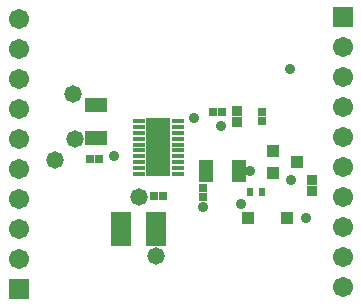
<source format=gts>
G04*
G04 #@! TF.GenerationSoftware,Altium Limited,Altium Designer,18.1.7 (191)*
G04*
G04 Layer_Color=8388736*
%FSLAX25Y25*%
%MOIN*%
G70*
G01*
G75*
%ADD28R,0.07887X0.19698*%
%ADD29R,0.04147X0.01784*%
%ADD30R,0.02965X0.02769*%
%ADD31R,0.02060X0.02847*%
%ADD32R,0.02572X0.02572*%
%ADD33R,0.07493X0.04540*%
%ADD34R,0.02572X0.02572*%
%ADD35R,0.07099X0.11824*%
%ADD36R,0.04147X0.04147*%
%ADD37R,0.04540X0.07493*%
%ADD38R,0.03241X0.03241*%
%ADD39R,0.04343X0.03950*%
%ADD40R,0.06706X0.06706*%
%ADD41C,0.06706*%
%ADD42C,0.05800*%
%ADD43C,0.03556*%
%ADD44C,0.02769*%
D28*
X58071Y59055D02*
D03*
D29*
X64646Y50197D02*
D03*
Y52165D02*
D03*
Y54134D02*
D03*
Y56102D02*
D03*
Y58071D02*
D03*
Y60039D02*
D03*
Y62008D02*
D03*
Y63976D02*
D03*
Y65945D02*
D03*
Y67913D02*
D03*
X51496Y50197D02*
D03*
Y52165D02*
D03*
Y54134D02*
D03*
Y56102D02*
D03*
Y58071D02*
D03*
Y60039D02*
D03*
Y62008D02*
D03*
Y63976D02*
D03*
Y65945D02*
D03*
Y67913D02*
D03*
D30*
X35425Y55118D02*
D03*
X38378D02*
D03*
D31*
X92716Y44291D02*
D03*
X88779D02*
D03*
D32*
X73079Y45575D02*
D03*
Y42425D02*
D03*
X92520Y67831D02*
D03*
Y70980D02*
D03*
D33*
X37402Y62236D02*
D03*
Y73260D02*
D03*
D34*
X59791Y42800D02*
D03*
X56642D02*
D03*
X76181Y70968D02*
D03*
X79331D02*
D03*
D35*
X45614Y31895D02*
D03*
X57228D02*
D03*
D36*
X87894Y35453D02*
D03*
X101083D02*
D03*
D37*
X73819Y51181D02*
D03*
X84842D02*
D03*
D38*
X84342Y67693D02*
D03*
Y71315D02*
D03*
X109252Y48298D02*
D03*
Y44676D02*
D03*
D39*
X96457Y57874D02*
D03*
Y50394D02*
D03*
X104331Y54134D02*
D03*
D40*
X119516Y102500D02*
D03*
X11516Y12000D02*
D03*
D41*
X119516Y92500D02*
D03*
Y72500D02*
D03*
Y62500D02*
D03*
Y52500D02*
D03*
Y42500D02*
D03*
Y32500D02*
D03*
Y22500D02*
D03*
Y12500D02*
D03*
Y82500D02*
D03*
X11516Y22000D02*
D03*
Y42000D02*
D03*
Y52000D02*
D03*
Y62000D02*
D03*
Y72000D02*
D03*
Y82000D02*
D03*
Y92000D02*
D03*
Y102000D02*
D03*
Y32000D02*
D03*
D42*
X57228Y22890D02*
D03*
X51496Y42594D02*
D03*
X23622Y54921D02*
D03*
X30302Y62008D02*
D03*
X29528Y76772D02*
D03*
D43*
X70020Y68727D02*
D03*
X101880Y85319D02*
D03*
X43307Y56102D02*
D03*
X85630Y40354D02*
D03*
X107283Y35453D02*
D03*
X102362Y48228D02*
D03*
X78942Y66155D02*
D03*
X88583Y51181D02*
D03*
X73079Y39370D02*
D03*
D44*
X60039Y51181D02*
D03*
X56102D02*
D03*
X60039Y55118D02*
D03*
X56102D02*
D03*
X60039Y59055D02*
D03*
X56102D02*
D03*
X60039Y62992D02*
D03*
X56102D02*
D03*
X60039Y66929D02*
D03*
X56102D02*
D03*
M02*

</source>
